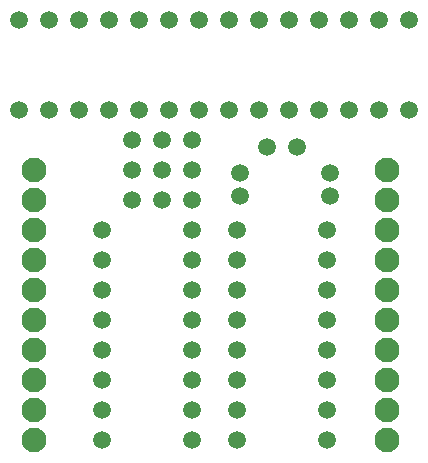
<source format=gts>
G04 (created by PCBNEW (2013-june-11)-stable) date Fri 19 Feb 2016 10:27:21 AM CET*
%MOIN*%
G04 Gerber Fmt 3.4, Leading zero omitted, Abs format*
%FSLAX34Y34*%
G01*
G70*
G90*
G04 APERTURE LIST*
%ADD10C,0.00590551*%
%ADD11C,0.0590551*%
%ADD12C,0.0826772*%
G04 APERTURE END LIST*
G54D10*
G54D11*
X39000Y-25500D03*
X39000Y-26500D03*
X39000Y-27500D03*
X39000Y-28500D03*
X39000Y-29500D03*
X39000Y-30500D03*
X39000Y-31500D03*
X39000Y-32500D03*
X42000Y-32500D03*
X42000Y-31500D03*
X42000Y-30500D03*
X42000Y-29500D03*
X42000Y-28500D03*
X42000Y-27500D03*
X42000Y-26500D03*
X42000Y-25500D03*
X37500Y-32500D03*
X37500Y-31500D03*
X37500Y-30500D03*
X37500Y-29500D03*
X37500Y-28500D03*
X37500Y-27500D03*
X37500Y-26500D03*
X37500Y-25500D03*
X34500Y-25500D03*
X34500Y-26500D03*
X34500Y-27500D03*
X34500Y-28500D03*
X34500Y-29500D03*
X34500Y-30500D03*
X34500Y-31500D03*
X34500Y-32500D03*
X42125Y-24375D03*
X39125Y-24375D03*
X42125Y-23625D03*
X39125Y-23625D03*
X36500Y-24500D03*
X37500Y-24500D03*
X35500Y-24500D03*
X36500Y-23500D03*
X37500Y-23500D03*
X35500Y-23500D03*
X36500Y-22500D03*
X37500Y-22500D03*
X35500Y-22500D03*
X41000Y-22750D03*
X40000Y-22750D03*
G54D12*
X44000Y-23500D03*
X44000Y-24500D03*
X44000Y-25500D03*
X44000Y-26500D03*
X44000Y-27500D03*
X44000Y-28500D03*
X44000Y-29500D03*
X44000Y-30500D03*
X44000Y-31500D03*
X44000Y-32500D03*
X32250Y-23500D03*
X32250Y-24500D03*
X32250Y-25500D03*
X32250Y-26500D03*
X32250Y-27500D03*
X32250Y-28500D03*
X32250Y-29500D03*
X32250Y-30500D03*
X32250Y-31500D03*
X32250Y-32500D03*
G54D11*
X31750Y-21500D03*
X32750Y-21500D03*
X33750Y-21500D03*
X34750Y-21500D03*
X35750Y-21500D03*
X36750Y-21500D03*
X37750Y-21500D03*
X38750Y-21500D03*
X39750Y-21500D03*
X40750Y-21500D03*
X41750Y-21500D03*
X42750Y-21500D03*
X43750Y-21500D03*
X44750Y-21500D03*
X44750Y-18500D03*
X43750Y-18500D03*
X42750Y-18500D03*
X41750Y-18500D03*
X40750Y-18500D03*
X39750Y-18500D03*
X38750Y-18500D03*
X37750Y-18500D03*
X36750Y-18500D03*
X35750Y-18500D03*
X34750Y-18500D03*
X33750Y-18500D03*
X32750Y-18500D03*
X31750Y-18500D03*
M02*

</source>
